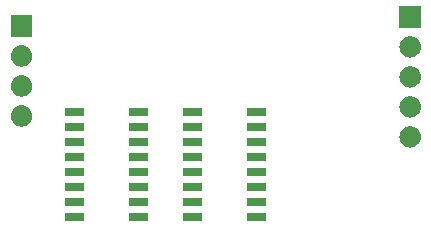
<source format=gbs>
G04 #@! TF.GenerationSoftware,KiCad,Pcbnew,(5.0.2)-1*
G04 #@! TF.CreationDate,2020-07-12T04:03:39+02:00*
G04 #@! TF.ProjectId,TempSpike,54656d70-5370-4696-9b65-2e6b69636164,rev?*
G04 #@! TF.SameCoordinates,Original*
G04 #@! TF.FileFunction,Soldermask,Bot*
G04 #@! TF.FilePolarity,Negative*
%FSLAX46Y46*%
G04 Gerber Fmt 4.6, Leading zero omitted, Abs format (unit mm)*
G04 Created by KiCad (PCBNEW (5.0.2)-1) date 2020/07/12 04:03:39*
%MOMM*%
%LPD*%
G01*
G04 APERTURE LIST*
%ADD10C,0.100000*%
G04 APERTURE END LIST*
D10*
G36*
X153671000Y-57176000D02*
X152069000Y-57176000D01*
X152069000Y-56474000D01*
X153671000Y-56474000D01*
X153671000Y-57176000D01*
X153671000Y-57176000D01*
G37*
G36*
X158271000Y-57176000D02*
X156669000Y-57176000D01*
X156669000Y-56474000D01*
X158271000Y-56474000D01*
X158271000Y-57176000D01*
X158271000Y-57176000D01*
G37*
G36*
X163671000Y-57176000D02*
X162069000Y-57176000D01*
X162069000Y-56474000D01*
X163671000Y-56474000D01*
X163671000Y-57176000D01*
X163671000Y-57176000D01*
G37*
G36*
X148271000Y-57176000D02*
X146669000Y-57176000D01*
X146669000Y-56474000D01*
X148271000Y-56474000D01*
X148271000Y-57176000D01*
X148271000Y-57176000D01*
G37*
G36*
X153671000Y-55906000D02*
X152069000Y-55906000D01*
X152069000Y-55204000D01*
X153671000Y-55204000D01*
X153671000Y-55906000D01*
X153671000Y-55906000D01*
G37*
G36*
X148271000Y-55906000D02*
X146669000Y-55906000D01*
X146669000Y-55204000D01*
X148271000Y-55204000D01*
X148271000Y-55906000D01*
X148271000Y-55906000D01*
G37*
G36*
X158271000Y-55906000D02*
X156669000Y-55906000D01*
X156669000Y-55204000D01*
X158271000Y-55204000D01*
X158271000Y-55906000D01*
X158271000Y-55906000D01*
G37*
G36*
X163671000Y-55906000D02*
X162069000Y-55906000D01*
X162069000Y-55204000D01*
X163671000Y-55204000D01*
X163671000Y-55906000D01*
X163671000Y-55906000D01*
G37*
G36*
X163671000Y-54636000D02*
X162069000Y-54636000D01*
X162069000Y-53934000D01*
X163671000Y-53934000D01*
X163671000Y-54636000D01*
X163671000Y-54636000D01*
G37*
G36*
X148271000Y-54636000D02*
X146669000Y-54636000D01*
X146669000Y-53934000D01*
X148271000Y-53934000D01*
X148271000Y-54636000D01*
X148271000Y-54636000D01*
G37*
G36*
X153671000Y-54636000D02*
X152069000Y-54636000D01*
X152069000Y-53934000D01*
X153671000Y-53934000D01*
X153671000Y-54636000D01*
X153671000Y-54636000D01*
G37*
G36*
X158271000Y-54636000D02*
X156669000Y-54636000D01*
X156669000Y-53934000D01*
X158271000Y-53934000D01*
X158271000Y-54636000D01*
X158271000Y-54636000D01*
G37*
G36*
X158271000Y-53366000D02*
X156669000Y-53366000D01*
X156669000Y-52664000D01*
X158271000Y-52664000D01*
X158271000Y-53366000D01*
X158271000Y-53366000D01*
G37*
G36*
X163671000Y-53366000D02*
X162069000Y-53366000D01*
X162069000Y-52664000D01*
X163671000Y-52664000D01*
X163671000Y-53366000D01*
X163671000Y-53366000D01*
G37*
G36*
X153671000Y-53366000D02*
X152069000Y-53366000D01*
X152069000Y-52664000D01*
X153671000Y-52664000D01*
X153671000Y-53366000D01*
X153671000Y-53366000D01*
G37*
G36*
X148271000Y-53366000D02*
X146669000Y-53366000D01*
X146669000Y-52664000D01*
X148271000Y-52664000D01*
X148271000Y-53366000D01*
X148271000Y-53366000D01*
G37*
G36*
X158271000Y-52096000D02*
X156669000Y-52096000D01*
X156669000Y-51394000D01*
X158271000Y-51394000D01*
X158271000Y-52096000D01*
X158271000Y-52096000D01*
G37*
G36*
X163671000Y-52096000D02*
X162069000Y-52096000D01*
X162069000Y-51394000D01*
X163671000Y-51394000D01*
X163671000Y-52096000D01*
X163671000Y-52096000D01*
G37*
G36*
X148271000Y-52096000D02*
X146669000Y-52096000D01*
X146669000Y-51394000D01*
X148271000Y-51394000D01*
X148271000Y-52096000D01*
X148271000Y-52096000D01*
G37*
G36*
X153671000Y-52096000D02*
X152069000Y-52096000D01*
X152069000Y-51394000D01*
X153671000Y-51394000D01*
X153671000Y-52096000D01*
X153671000Y-52096000D01*
G37*
G36*
X176005442Y-49159518D02*
X176071627Y-49166037D01*
X176184853Y-49200384D01*
X176241467Y-49217557D01*
X176380087Y-49291652D01*
X176397991Y-49301222D01*
X176433729Y-49330552D01*
X176535186Y-49413814D01*
X176618448Y-49515271D01*
X176647778Y-49551009D01*
X176647779Y-49551011D01*
X176731443Y-49707533D01*
X176731443Y-49707534D01*
X176782963Y-49877373D01*
X176800359Y-50054000D01*
X176782963Y-50230627D01*
X176748616Y-50343853D01*
X176731443Y-50400467D01*
X176657348Y-50539087D01*
X176647778Y-50556991D01*
X176618448Y-50592729D01*
X176535186Y-50694186D01*
X176433729Y-50777448D01*
X176397991Y-50806778D01*
X176397989Y-50806779D01*
X176241467Y-50890443D01*
X176184853Y-50907616D01*
X176071627Y-50941963D01*
X176005443Y-50948481D01*
X175939260Y-50955000D01*
X175850740Y-50955000D01*
X175784558Y-50948482D01*
X175718373Y-50941963D01*
X175605147Y-50907616D01*
X175548533Y-50890443D01*
X175392011Y-50806779D01*
X175392009Y-50806778D01*
X175356271Y-50777448D01*
X175254814Y-50694186D01*
X175171552Y-50592729D01*
X175142222Y-50556991D01*
X175132652Y-50539087D01*
X175058557Y-50400467D01*
X175041384Y-50343853D01*
X175007037Y-50230627D01*
X174989641Y-50054000D01*
X175007037Y-49877373D01*
X175058557Y-49707534D01*
X175058557Y-49707533D01*
X175142221Y-49551011D01*
X175142222Y-49551009D01*
X175171552Y-49515271D01*
X175254814Y-49413814D01*
X175356271Y-49330552D01*
X175392009Y-49301222D01*
X175409913Y-49291652D01*
X175548533Y-49217557D01*
X175605147Y-49200384D01*
X175718373Y-49166037D01*
X175784558Y-49159518D01*
X175850740Y-49153000D01*
X175939260Y-49153000D01*
X176005442Y-49159518D01*
X176005442Y-49159518D01*
G37*
G36*
X153671000Y-50826000D02*
X152069000Y-50826000D01*
X152069000Y-50124000D01*
X153671000Y-50124000D01*
X153671000Y-50826000D01*
X153671000Y-50826000D01*
G37*
G36*
X158271000Y-50826000D02*
X156669000Y-50826000D01*
X156669000Y-50124000D01*
X158271000Y-50124000D01*
X158271000Y-50826000D01*
X158271000Y-50826000D01*
G37*
G36*
X148271000Y-50826000D02*
X146669000Y-50826000D01*
X146669000Y-50124000D01*
X148271000Y-50124000D01*
X148271000Y-50826000D01*
X148271000Y-50826000D01*
G37*
G36*
X163671000Y-50826000D02*
X162069000Y-50826000D01*
X162069000Y-50124000D01*
X163671000Y-50124000D01*
X163671000Y-50826000D01*
X163671000Y-50826000D01*
G37*
G36*
X148271000Y-49556000D02*
X146669000Y-49556000D01*
X146669000Y-48854000D01*
X148271000Y-48854000D01*
X148271000Y-49556000D01*
X148271000Y-49556000D01*
G37*
G36*
X153671000Y-49556000D02*
X152069000Y-49556000D01*
X152069000Y-48854000D01*
X153671000Y-48854000D01*
X153671000Y-49556000D01*
X153671000Y-49556000D01*
G37*
G36*
X163671000Y-49556000D02*
X162069000Y-49556000D01*
X162069000Y-48854000D01*
X163671000Y-48854000D01*
X163671000Y-49556000D01*
X163671000Y-49556000D01*
G37*
G36*
X158271000Y-49556000D02*
X156669000Y-49556000D01*
X156669000Y-48854000D01*
X158271000Y-48854000D01*
X158271000Y-49556000D01*
X158271000Y-49556000D01*
G37*
G36*
X143112442Y-47381518D02*
X143178627Y-47388037D01*
X143291853Y-47422384D01*
X143348467Y-47439557D01*
X143487087Y-47513652D01*
X143504991Y-47523222D01*
X143540729Y-47552552D01*
X143642186Y-47635814D01*
X143725448Y-47737271D01*
X143754778Y-47773009D01*
X143754779Y-47773011D01*
X143838443Y-47929533D01*
X143838443Y-47929534D01*
X143889963Y-48099373D01*
X143907359Y-48276000D01*
X143889963Y-48452627D01*
X143855616Y-48565853D01*
X143838443Y-48622467D01*
X143764348Y-48761087D01*
X143754778Y-48778991D01*
X143725448Y-48814729D01*
X143642186Y-48916186D01*
X143540729Y-48999448D01*
X143504991Y-49028778D01*
X143504989Y-49028779D01*
X143348467Y-49112443D01*
X143291853Y-49129616D01*
X143178627Y-49163963D01*
X143112442Y-49170482D01*
X143046260Y-49177000D01*
X142957740Y-49177000D01*
X142891558Y-49170482D01*
X142825373Y-49163963D01*
X142712147Y-49129616D01*
X142655533Y-49112443D01*
X142499011Y-49028779D01*
X142499009Y-49028778D01*
X142463271Y-48999448D01*
X142361814Y-48916186D01*
X142278552Y-48814729D01*
X142249222Y-48778991D01*
X142239652Y-48761087D01*
X142165557Y-48622467D01*
X142148384Y-48565853D01*
X142114037Y-48452627D01*
X142096641Y-48276000D01*
X142114037Y-48099373D01*
X142165557Y-47929534D01*
X142165557Y-47929533D01*
X142249221Y-47773011D01*
X142249222Y-47773009D01*
X142278552Y-47737271D01*
X142361814Y-47635814D01*
X142463271Y-47552552D01*
X142499009Y-47523222D01*
X142516913Y-47513652D01*
X142655533Y-47439557D01*
X142712147Y-47422384D01*
X142825373Y-47388037D01*
X142891557Y-47381519D01*
X142957740Y-47375000D01*
X143046260Y-47375000D01*
X143112442Y-47381518D01*
X143112442Y-47381518D01*
G37*
G36*
X176005442Y-46619518D02*
X176071627Y-46626037D01*
X176184853Y-46660384D01*
X176241467Y-46677557D01*
X176380087Y-46751652D01*
X176397991Y-46761222D01*
X176433729Y-46790552D01*
X176535186Y-46873814D01*
X176618448Y-46975271D01*
X176647778Y-47011009D01*
X176647779Y-47011011D01*
X176731443Y-47167533D01*
X176731443Y-47167534D01*
X176782963Y-47337373D01*
X176800359Y-47514000D01*
X176782963Y-47690627D01*
X176757973Y-47773009D01*
X176731443Y-47860467D01*
X176694526Y-47929533D01*
X176647778Y-48016991D01*
X176618448Y-48052729D01*
X176535186Y-48154186D01*
X176433729Y-48237448D01*
X176397991Y-48266778D01*
X176397989Y-48266779D01*
X176241467Y-48350443D01*
X176184853Y-48367616D01*
X176071627Y-48401963D01*
X176005443Y-48408481D01*
X175939260Y-48415000D01*
X175850740Y-48415000D01*
X175784558Y-48408482D01*
X175718373Y-48401963D01*
X175605147Y-48367616D01*
X175548533Y-48350443D01*
X175392011Y-48266779D01*
X175392009Y-48266778D01*
X175356271Y-48237448D01*
X175254814Y-48154186D01*
X175171552Y-48052729D01*
X175142222Y-48016991D01*
X175095474Y-47929533D01*
X175058557Y-47860467D01*
X175032027Y-47773009D01*
X175007037Y-47690627D01*
X174989641Y-47514000D01*
X175007037Y-47337373D01*
X175058557Y-47167534D01*
X175058557Y-47167533D01*
X175142221Y-47011011D01*
X175142222Y-47011009D01*
X175171552Y-46975271D01*
X175254814Y-46873814D01*
X175356271Y-46790552D01*
X175392009Y-46761222D01*
X175409913Y-46751652D01*
X175548533Y-46677557D01*
X175605147Y-46660384D01*
X175718373Y-46626037D01*
X175784558Y-46619518D01*
X175850740Y-46613000D01*
X175939260Y-46613000D01*
X176005442Y-46619518D01*
X176005442Y-46619518D01*
G37*
G36*
X148271000Y-48286000D02*
X146669000Y-48286000D01*
X146669000Y-47584000D01*
X148271000Y-47584000D01*
X148271000Y-48286000D01*
X148271000Y-48286000D01*
G37*
G36*
X153671000Y-48286000D02*
X152069000Y-48286000D01*
X152069000Y-47584000D01*
X153671000Y-47584000D01*
X153671000Y-48286000D01*
X153671000Y-48286000D01*
G37*
G36*
X158271000Y-48286000D02*
X156669000Y-48286000D01*
X156669000Y-47584000D01*
X158271000Y-47584000D01*
X158271000Y-48286000D01*
X158271000Y-48286000D01*
G37*
G36*
X163671000Y-48286000D02*
X162069000Y-48286000D01*
X162069000Y-47584000D01*
X163671000Y-47584000D01*
X163671000Y-48286000D01*
X163671000Y-48286000D01*
G37*
G36*
X143112443Y-44841519D02*
X143178627Y-44848037D01*
X143291853Y-44882384D01*
X143348467Y-44899557D01*
X143487087Y-44973652D01*
X143504991Y-44983222D01*
X143540729Y-45012552D01*
X143642186Y-45095814D01*
X143725448Y-45197271D01*
X143754778Y-45233009D01*
X143754779Y-45233011D01*
X143838443Y-45389533D01*
X143838443Y-45389534D01*
X143889963Y-45559373D01*
X143907359Y-45736000D01*
X143889963Y-45912627D01*
X143855616Y-46025853D01*
X143838443Y-46082467D01*
X143764348Y-46221087D01*
X143754778Y-46238991D01*
X143725448Y-46274729D01*
X143642186Y-46376186D01*
X143540729Y-46459448D01*
X143504991Y-46488778D01*
X143504989Y-46488779D01*
X143348467Y-46572443D01*
X143291853Y-46589616D01*
X143178627Y-46623963D01*
X143112442Y-46630482D01*
X143046260Y-46637000D01*
X142957740Y-46637000D01*
X142891558Y-46630482D01*
X142825373Y-46623963D01*
X142712147Y-46589616D01*
X142655533Y-46572443D01*
X142499011Y-46488779D01*
X142499009Y-46488778D01*
X142463271Y-46459448D01*
X142361814Y-46376186D01*
X142278552Y-46274729D01*
X142249222Y-46238991D01*
X142239652Y-46221087D01*
X142165557Y-46082467D01*
X142148384Y-46025853D01*
X142114037Y-45912627D01*
X142096641Y-45736000D01*
X142114037Y-45559373D01*
X142165557Y-45389534D01*
X142165557Y-45389533D01*
X142249221Y-45233011D01*
X142249222Y-45233009D01*
X142278552Y-45197271D01*
X142361814Y-45095814D01*
X142463271Y-45012552D01*
X142499009Y-44983222D01*
X142516913Y-44973652D01*
X142655533Y-44899557D01*
X142712147Y-44882384D01*
X142825373Y-44848037D01*
X142891557Y-44841519D01*
X142957740Y-44835000D01*
X143046260Y-44835000D01*
X143112443Y-44841519D01*
X143112443Y-44841519D01*
G37*
G36*
X176005443Y-44079519D02*
X176071627Y-44086037D01*
X176184853Y-44120384D01*
X176241467Y-44137557D01*
X176380087Y-44211652D01*
X176397991Y-44221222D01*
X176433729Y-44250552D01*
X176535186Y-44333814D01*
X176618448Y-44435271D01*
X176647778Y-44471009D01*
X176647779Y-44471011D01*
X176731443Y-44627533D01*
X176731443Y-44627534D01*
X176782963Y-44797373D01*
X176800359Y-44974000D01*
X176782963Y-45150627D01*
X176757973Y-45233009D01*
X176731443Y-45320467D01*
X176694526Y-45389533D01*
X176647778Y-45476991D01*
X176618448Y-45512729D01*
X176535186Y-45614186D01*
X176433729Y-45697448D01*
X176397991Y-45726778D01*
X176397989Y-45726779D01*
X176241467Y-45810443D01*
X176184853Y-45827616D01*
X176071627Y-45861963D01*
X176005442Y-45868482D01*
X175939260Y-45875000D01*
X175850740Y-45875000D01*
X175784557Y-45868481D01*
X175718373Y-45861963D01*
X175605147Y-45827616D01*
X175548533Y-45810443D01*
X175392011Y-45726779D01*
X175392009Y-45726778D01*
X175356271Y-45697448D01*
X175254814Y-45614186D01*
X175171552Y-45512729D01*
X175142222Y-45476991D01*
X175095474Y-45389533D01*
X175058557Y-45320467D01*
X175032027Y-45233009D01*
X175007037Y-45150627D01*
X174989641Y-44974000D01*
X175007037Y-44797373D01*
X175058557Y-44627534D01*
X175058557Y-44627533D01*
X175142221Y-44471011D01*
X175142222Y-44471009D01*
X175171552Y-44435271D01*
X175254814Y-44333814D01*
X175356271Y-44250552D01*
X175392009Y-44221222D01*
X175409913Y-44211652D01*
X175548533Y-44137557D01*
X175605147Y-44120384D01*
X175718373Y-44086037D01*
X175784557Y-44079519D01*
X175850740Y-44073000D01*
X175939260Y-44073000D01*
X176005443Y-44079519D01*
X176005443Y-44079519D01*
G37*
G36*
X143112442Y-42301518D02*
X143178627Y-42308037D01*
X143291853Y-42342384D01*
X143348467Y-42359557D01*
X143487087Y-42433652D01*
X143504991Y-42443222D01*
X143540729Y-42472552D01*
X143642186Y-42555814D01*
X143725448Y-42657271D01*
X143754778Y-42693009D01*
X143754779Y-42693011D01*
X143838443Y-42849533D01*
X143838443Y-42849534D01*
X143889963Y-43019373D01*
X143907359Y-43196000D01*
X143889963Y-43372627D01*
X143855616Y-43485853D01*
X143838443Y-43542467D01*
X143764348Y-43681087D01*
X143754778Y-43698991D01*
X143725448Y-43734729D01*
X143642186Y-43836186D01*
X143540729Y-43919448D01*
X143504991Y-43948778D01*
X143504989Y-43948779D01*
X143348467Y-44032443D01*
X143291853Y-44049616D01*
X143178627Y-44083963D01*
X143112443Y-44090481D01*
X143046260Y-44097000D01*
X142957740Y-44097000D01*
X142891558Y-44090482D01*
X142825373Y-44083963D01*
X142712147Y-44049616D01*
X142655533Y-44032443D01*
X142499011Y-43948779D01*
X142499009Y-43948778D01*
X142463271Y-43919448D01*
X142361814Y-43836186D01*
X142278552Y-43734729D01*
X142249222Y-43698991D01*
X142239652Y-43681087D01*
X142165557Y-43542467D01*
X142148384Y-43485853D01*
X142114037Y-43372627D01*
X142096641Y-43196000D01*
X142114037Y-43019373D01*
X142165557Y-42849534D01*
X142165557Y-42849533D01*
X142249221Y-42693011D01*
X142249222Y-42693009D01*
X142278552Y-42657271D01*
X142361814Y-42555814D01*
X142463271Y-42472552D01*
X142499009Y-42443222D01*
X142516913Y-42433652D01*
X142655533Y-42359557D01*
X142712147Y-42342384D01*
X142825373Y-42308037D01*
X142891558Y-42301518D01*
X142957740Y-42295000D01*
X143046260Y-42295000D01*
X143112442Y-42301518D01*
X143112442Y-42301518D01*
G37*
G36*
X176005442Y-41539518D02*
X176071627Y-41546037D01*
X176184853Y-41580384D01*
X176241467Y-41597557D01*
X176380087Y-41671652D01*
X176397991Y-41681222D01*
X176433729Y-41710552D01*
X176535186Y-41793814D01*
X176618448Y-41895271D01*
X176647778Y-41931009D01*
X176647779Y-41931011D01*
X176731443Y-42087533D01*
X176731443Y-42087534D01*
X176782963Y-42257373D01*
X176800359Y-42434000D01*
X176782963Y-42610627D01*
X176757973Y-42693009D01*
X176731443Y-42780467D01*
X176694526Y-42849533D01*
X176647778Y-42936991D01*
X176618448Y-42972729D01*
X176535186Y-43074186D01*
X176433729Y-43157448D01*
X176397991Y-43186778D01*
X176397989Y-43186779D01*
X176241467Y-43270443D01*
X176184853Y-43287616D01*
X176071627Y-43321963D01*
X176005442Y-43328482D01*
X175939260Y-43335000D01*
X175850740Y-43335000D01*
X175784558Y-43328482D01*
X175718373Y-43321963D01*
X175605147Y-43287616D01*
X175548533Y-43270443D01*
X175392011Y-43186779D01*
X175392009Y-43186778D01*
X175356271Y-43157448D01*
X175254814Y-43074186D01*
X175171552Y-42972729D01*
X175142222Y-42936991D01*
X175095474Y-42849533D01*
X175058557Y-42780467D01*
X175032027Y-42693009D01*
X175007037Y-42610627D01*
X174989641Y-42434000D01*
X175007037Y-42257373D01*
X175058557Y-42087534D01*
X175058557Y-42087533D01*
X175142221Y-41931011D01*
X175142222Y-41931009D01*
X175171552Y-41895271D01*
X175254814Y-41793814D01*
X175356271Y-41710552D01*
X175392009Y-41681222D01*
X175409913Y-41671652D01*
X175548533Y-41597557D01*
X175605147Y-41580384D01*
X175718373Y-41546037D01*
X175784558Y-41539518D01*
X175850740Y-41533000D01*
X175939260Y-41533000D01*
X176005442Y-41539518D01*
X176005442Y-41539518D01*
G37*
G36*
X143903000Y-41557000D02*
X142101000Y-41557000D01*
X142101000Y-39755000D01*
X143903000Y-39755000D01*
X143903000Y-41557000D01*
X143903000Y-41557000D01*
G37*
G36*
X176796000Y-40795000D02*
X174994000Y-40795000D01*
X174994000Y-38993000D01*
X176796000Y-38993000D01*
X176796000Y-40795000D01*
X176796000Y-40795000D01*
G37*
M02*

</source>
